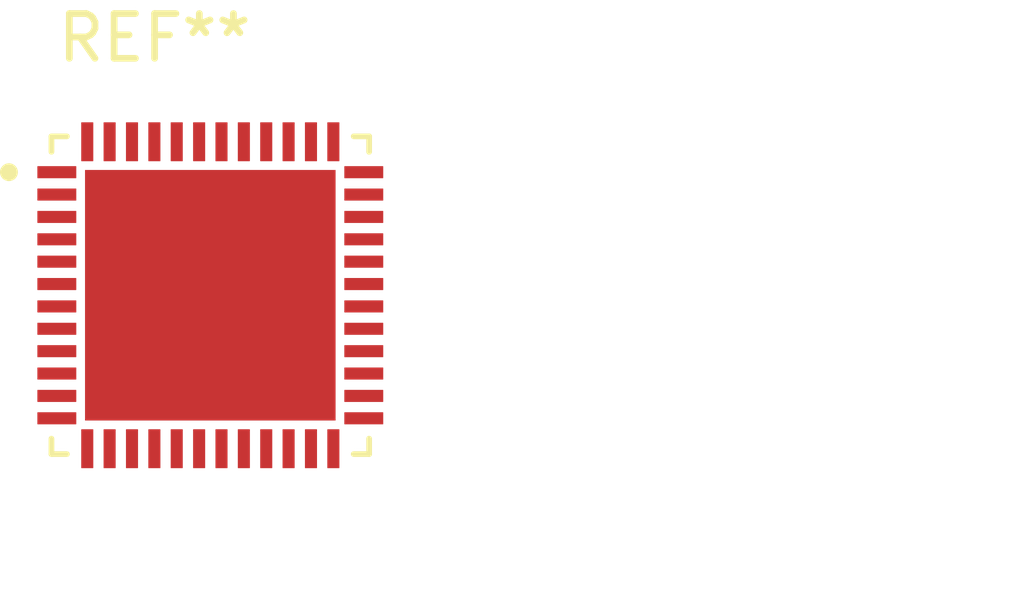
<source format=kicad_pcb>
(kicad_pcb (version 20211014) (generator pcbnew)
  (layers (0 "F.Cu" signal) (31 "B.Cu" signal) (34 "B.Paste" user) (35 "F.Paste" user) (36 "B.SilkS" user "B.Silkscreen") (37 "F.SilkS" user "F.Silkscreen") (38 "B.Mask" user) (39 "F.Mask" user) (44 "Edge.Cuts" user))
  (net 0 "")
  (footprint "QFN50P700X700X60-49N:QFN50P700X700X60-49N" (layer "F.Cu") (at 126.5 76.6)
    (fp_text reference "REF**" (at -1.245 -5.75) (layer "F.SilkS"))
    (fp_text value "QFN50P700X700X60-49N")
    (fp_line (start 3.55 3.55) (end 3.205 3.55) (layer "F.SilkS") (width 0.127))
    (fp_line (start -3.55 -3.55) (end -3.205 -3.55) (layer "F.SilkS") (width 0.127))
    (fp_line (start 3.55 -3.55) (end 3.55 -3.205) (layer "F.SilkS") (width 0.127))
    (fp_line (start -3.55 3.55) (end -3.205 3.55) (layer "F.SilkS") (width 0.127))
    (fp_line (start -3.55 -3.55) (end -3.55 -3.205) (layer "F.SilkS") (width 0.127))
    (fp_line (start -3.55 3.55) (end -3.55 3.205) (layer "F.SilkS") (width 0.127))
    (fp_line (start 3.55 3.55) (end 3.55 3.205) (layer "F.SilkS") (width 0.127))
    (fp_line (start 3.55 -3.55) (end 3.205 -3.55) (layer "F.SilkS") (width 0.127))
    (fp_circle (center -4.5 -2.75) (end -4.4 -2.75) (layer "F.SilkS") (width 0.2) (fill none))
    (pad "1" smd roundrect locked (at -3.43 -2.75) (size 0.87 0.27) (layers "F.Cu" "F.Paste" "F.Mask") (roundrect_rratio 0.03))
    (pad "2" smd roundrect locked (at -3.43 -2.25) (size 0.87 0.27) (layers "F.Cu" "F.Paste" "F.Mask") (roundrect_rratio 0.03))
    (pad "3" smd roundrect locked (at -3.43 -1.75) (size 0.87 0.27) (layers "F.Cu" "F.Paste" "F.Mask") (roundrect_rratio 0.03))
    (pad "4" smd roundrect locked (at -3.43 -1.25) (size 0.87 0.27) (layers "F.Cu" "F.Paste" "F.Mask") (roundrect_rratio 0.03))
    (pad "5" smd roundrect locked (at -3.43 -0.75) (size 0.87 0.27) (layers "F.Cu" "F.Paste" "F.Mask") (roundrect_rratio 0.03))
    (pad "6" smd roundrect locked (at -3.43 -0.25) (size 0.87 0.27) (layers "F.Cu" "F.Paste" "F.Mask") (roundrect_rratio 0.03))
    (pad "7" smd roundrect locked (at -3.43 0.25) (size 0.87 0.27) (layers "F.Cu" "F.Paste" "F.Mask") (roundrect_rratio 0.03))
    (pad "8" smd roundrect locked (at -3.43 0.75) (size 0.87 0.27) (layers "F.Cu" "F.Paste" "F.Mask") (roundrect_rratio 0.03))
    (pad "9" smd roundrect locked (at -3.43 1.25) (size 0.87 0.27) (layers "F.Cu" "F.Paste" "F.Mask") (roundrect_rratio 0.03))
    (pad "10" smd roundrect locked (at -3.43 1.75) (size 0.87 0.27) (layers "F.Cu" "F.Paste" "F.Mask") (roundrect_rratio 0.03))
    (pad "11" smd roundrect locked (at -3.43 2.25) (size 0.87 0.27) (layers "F.Cu" "F.Paste" "F.Mask") (roundrect_rratio 0.03))
    (pad "12" smd roundrect locked (at -3.43 2.75) (size 0.87 0.27) (layers "F.Cu" "F.Paste" "F.Mask") (roundrect_rratio 0.03))
    (pad "13" smd roundrect locked (at -2.75 3.43 90) (size 0.87 0.27) (layers "F.Cu" "F.Paste" "F.Mask") (roundrect_rratio 0.03))
    (pad "14" smd roundrect locked (at -2.25 3.43 90) (size 0.87 0.27) (layers "F.Cu" "F.Paste" "F.Mask") (roundrect_rratio 0.03))
    (pad "15" smd roundrect locked (at -1.75 3.43 90) (size 0.87 0.27) (layers "F.Cu" "F.Paste" "F.Mask") (roundrect_rratio 0.03))
    (pad "16" smd roundrect locked (at -1.25 3.43 90) (size 0.87 0.27) (layers "F.Cu" "F.Paste" "F.Mask") (roundrect_rratio 0.03))
    (pad "17" smd roundrect locked (at -0.75 3.43 90) (size 0.87 0.27) (layers "F.Cu" "F.Paste" "F.Mask") (roundrect_rratio 0.03))
    (pad "18" smd roundrect locked (at -0.25 3.43 90) (size 0.87 0.27) (layers "F.Cu" "F.Paste" "F.Mask") (roundrect_rratio 0.03))
    (pad "19" smd roundrect locked (at 0.25 3.43 90) (size 0.87 0.27) (layers "F.Cu" "F.Paste" "F.Mask") (roundrect_rratio 0.03))
    (pad "20" smd roundrect locked (at 0.75 3.43 90) (size 0.87 0.27) (layers "F.Cu" "F.Paste" "F.Mask") (roundrect_rratio 0.03))
    (pad "21" smd roundrect locked (at 1.25 3.43 90) (size 0.87 0.27) (layers "F.Cu" "F.Paste" "F.Mask") (roundrect_rratio 0.03))
    (pad "22" smd roundrect locked (at 1.75 3.43 90) (size 0.87 0.27) (layers "F.Cu" "F.Paste" "F.Mask") (roundrect_rratio 0.03))
    (pad "23" smd roundrect locked (at 2.25 3.43 90) (size 0.87 0.27) (layers "F.Cu" "F.Paste" "F.Mask") (roundrect_rratio 0.03))
    (pad "24" smd roundrect locked (at 2.75 3.43 90) (size 0.87 0.27) (layers "F.Cu" "F.Paste" "F.Mask") (roundrect_rratio 0.03))
    (pad "25" smd roundrect locked (at 3.43 2.75) (size 0.87 0.27) (layers "F.Cu" "F.Paste" "F.Mask") (roundrect_rratio 0.03))
    (pad "26" smd roundrect locked (at 3.43 2.25) (size 0.87 0.27) (layers "F.Cu" "F.Paste" "F.Mask") (roundrect_rratio 0.03))
    (pad "27" smd roundrect locked (at 3.43 1.75) (size 0.87 0.27) (layers "F.Cu" "F.Paste" "F.Mask") (roundrect_rratio 0.03))
    (pad "28" smd roundrect locked (at 3.43 1.25) (size 0.87 0.27) (layers "F.Cu" "F.Paste" "F.Mask") (roundrect_rratio 0.03))
    (pad "29" smd roundrect locked (at 3.43 0.75) (size 0.87 0.27) (layers "F.Cu" "F.Paste" "F.Mask") (roundrect_rratio 0.03))
    (pad "30" smd roundrect locked (at 3.43 0.25) (size 0.87 0.27) (layers "F.Cu" "F.Paste" "F.Mask") (roundrect_rratio 0.03))
    (pad "31" smd roundrect locked (at 3.43 -0.25) (size 0.87 0.27) (layers "F.Cu" "F.Paste" "F.Mask") (roundrect_rratio 0.03))
    (pad "32" smd roundrect locked (at 3.43 -0.75) (size 0.87 0.27) (layers "F.Cu" "F.Paste" "F.Mask") (roundrect_rratio 0.03))
    (pad "33" smd roundrect locked (at 3.43 -1.25) (size 0.87 0.27) (layers "F.Cu" "F.Paste" "F.Mask") (roundrect_rratio 0.03))
    (pad "34" smd roundrect locked (at 3.43 -1.75) (size 0.87 0.27) (layers "F.Cu" "F.Paste" "F.Mask") (roundrect_rratio 0.03))
    (pad "35" smd roundrect locked (at 3.43 -2.25) (size 0.87 0.27) (layers "F.Cu" "F.Paste" "F.Mask") (roundrect_rratio 0.03))
    (pad "36" smd roundrect locked (at 3.43 -2.75) (size 0.87 0.27) (layers "F.Cu" "F.Paste" "F.Mask") (roundrect_rratio 0.03))
    (pad "37" smd roundrect locked (at 2.75 -3.43 90) (size 0.87 0.27) (layers "F.Cu" "F.Paste" "F.Mask") (roundrect_rratio 0.03))
    (pad "38" smd roundrect locked (at 2.25 -3.43 90) (size 0.87 0.27) (layers "F.Cu" "F.Paste" "F.Mask") (roundrect_rratio 0.03))
    (pad "39" smd roundrect locked (at 1.75 -3.43 90) (size 0.87 0.27) (layers "F.Cu" "F.Paste" "F.Mask") (roundrect_rratio 0.03))
    (pad "40" smd roundrect locked (at 1.25 -3.43 90) (size 0.87 0.27) (layers "F.Cu" "F.Paste" "F.Mask") (roundrect_rratio 0.03))
    (pad "41" smd roundrect locked (at 0.75 -3.43 90) (size 0.87 0.27) (layers "F.Cu" "F.Paste" "F.Mask") (roundrect_rratio 0.03))
    (pad "42" smd roundrect locked (at 0.25 -3.43 90) (size 0.87 0.27) (layers "F.Cu" "F.Paste" "F.Mask") (roundrect_rratio 0.03))
    (pad "43" smd roundrect locked (at -0.25 -3.43 90) (size 0.87 0.27) (layers "F.Cu" "F.Paste" "F.Mask") (roundrect_rratio 0.03))
    (pad "44" smd roundrect locked (at -0.75 -3.43 90) (size 0.87 0.27) (layers "F.Cu" "F.Paste" "F.Mask") (roundrect_rratio 0.03))
    (pad "45" smd roundrect locked (at -1.25 -3.43 90) (size 0.87 0.27) (layers "F.Cu" "F.Paste" "F.Mask") (roundrect_rratio 0.03))
    (pad "46" smd roundrect locked (at -1.75 -3.43 90) (size 0.87 0.27) (layers "F.Cu" "F.Paste" "F.Mask") (roundrect_rratio 0.03))
    (pad "47" smd roundrect locked (at -2.25 -3.43 90) (size 0.87 0.27) (layers "F.Cu" "F.Paste" "F.Mask") (roundrect_rratio 0.03))
    (pad "48" smd roundrect locked (at -2.75 -3.43 90) (size 0.87 0.27) (layers "F.Cu" "F.Paste" "F.Mask") (roundrect_rratio 0.03))
    (pad "49" smd rect locked (at 0 0) (size 5.6 5.6) (layers "F.Cu" "F.Mask"))
  )
)
</source>
